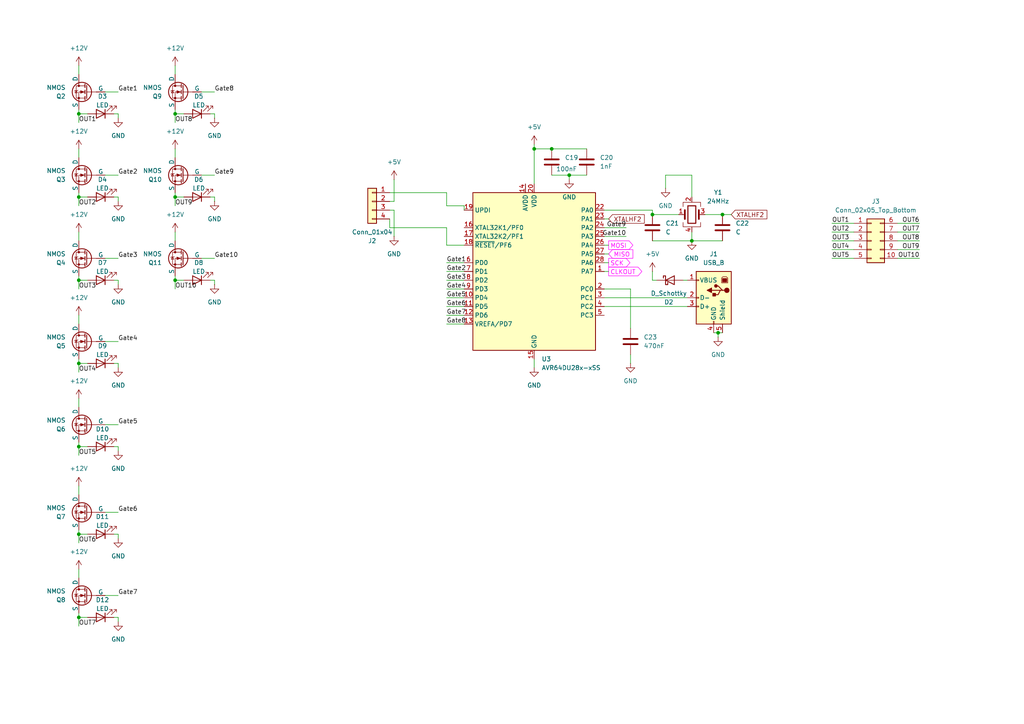
<source format=kicad_sch>
(kicad_sch (version 20250114) (generator "eeschema") (generator_version "9.0")
  (paper "A4")
  (lib_symbols
    (symbol "Connector:USB_B" (pin_names (offset 1.016))
      (property "Reference" "J1" (at 0 12.7 0))
      (property "Value" "USB_B" (at 0 10.16 0))
      (symbol "USB_B_0_1"
        (rectangle (start -5.08 -7.62) (end 5.08 7.62) (stroke (width 0.254)) (fill (type background)))
        (polyline (pts (xy -4.064 4.318) (xy -2.286 4.318) (xy -2.286 5.715) (xy -2.667 6.096) (xy -3.683 6.096) (xy -4.064 5.715) (xy -4.064 4.318)))
        (rectangle (start -3.81 5.588) (end -2.54 4.572) (fill (type outline)))
        (circle (center -3.81 2.159) (radius 0.635) (stroke (width 0.254)) (fill (type outline)))
        (polyline (pts (xy -3.175 2.159) (xy -2.54 2.159) (xy -1.27 3.429) (xy -0.635 3.429)) (stroke (width 0.254)))
        (polyline (pts (xy -2.54 2.159) (xy -1.905 2.159) (xy -1.27 0.889) (xy 0 0.889)) (stroke (width 0.254)))
        (polyline (pts (xy -1.905 2.159) (xy 0.635 2.159)) (stroke (width 0.254)))
        (circle (center -0.635 3.429) (radius 0.381) (stroke (width 0.254)) (fill (type outline)))
        (rectangle (start -0.127 -7.62) (end 0.127 -6.858))
        (rectangle (start 0.254 1.27) (end -0.508 0.508) (stroke (width 0.254)) (fill (type outline)))
        (polyline (pts (xy 0.635 2.794) (xy 0.635 1.524) (xy 1.905 2.159) (xy 0.635 2.794)) (stroke (width 0.254)) (fill (type outline)))
        (rectangle (start 5.08 4.953) (end 4.318 5.207))
        (rectangle (start 5.08 -0.127) (end 4.318 0.127))
        (rectangle (start 5.08 -2.667) (end 4.318 -2.413))
      )
      (symbol "USB_B_1_1"
        (pin passive line (at -2.54 -10.16 90) (length 2.54) (name "Shield") (number "5"))
        (pin power_out line (at 0 -10.16 90) (length 2.54) (name "GND") (number "4"))
        (pin power_out line (at 7.62 5.08 180) (length 2.54) (name "VBUS") (number "1"))
        (pin bidirectional line (at 7.62 0 180) (length 2.54) (name "D-") (number "2"))
        (pin bidirectional line (at 7.62 -2.54 180) (length 2.54) (name "D+") (number "3"))
      )
    )
    (symbol "Connector_Generic:Conn_01x04" (pin_names (offset 1.016) (hide yes))
      (property "Reference" "J" (at 0 5.08 0))
      (property "Value" "Conn_01x04" (at 0 -7.62 0))
      (symbol "Conn_01x04_1_1"
        (rectangle (start -1.27 3.81) (end 1.27 -6.35) (stroke (width 0.254)) (fill (type background)))
        (rectangle (start -1.27 2.667) (end 0 2.413) (stroke (width 0.1524)))
        (rectangle (start -1.27 0.127) (end 0 -0.127) (stroke (width 0.1524)))
        (rectangle (start -1.27 -2.413) (end 0 -2.667) (stroke (width 0.1524)))
        (rectangle (start -1.27 -4.953) (end 0 -5.207) (stroke (width 0.1524)))
        (pin passive line (at -5.08 2.54 0) (length 3.81) (name "Pin_1") (number "1"))
        (pin passive line (at -5.08 0 0) (length 3.81) (name "Pin_2") (number "2"))
        (pin passive line (at -5.08 -2.54 0) (length 3.81) (name "Pin_3") (number "3"))
        (pin passive line (at -5.08 -5.08 0) (length 3.81) (name "Pin_4") (number "4"))
      )
    )
    (symbol "Connector_Generic:Conn_02x05_Top_Bottom" (pin_names (offset 1.016) (hide yes))
      (property "Reference" "J" (at 1.27 7.62 0))
      (property "Value" "Conn_02x05_Top_Bottom" (at 1.27 -7.62 0))
      (symbol "Conn_02x05_Top_Bottom_1_1"
        (rectangle (start -1.27 6.35) (end 3.81 -6.35) (stroke (width 0.254)) (fill (type background)))
        (rectangle (start -1.27 5.207) (end 0 4.953) (stroke (width 0.1524)))
        (rectangle (start -1.27 2.667) (end 0 2.413) (stroke (width 0.1524)))
        (rectangle (start -1.27 0.127) (end 0 -0.127) (stroke (width 0.1524)))
        (rectangle (start -1.27 -2.413) (end 0 -2.667) (stroke (width 0.1524)))
        (rectangle (start -1.27 -4.953) (end 0 -5.207) (stroke (width 0.1524)))
        (rectangle (start 3.81 5.207) (end 2.54 4.953) (stroke (width 0.1524)))
        (rectangle (start 3.81 2.667) (end 2.54 2.413) (stroke (width 0.1524)))
        (rectangle (start 3.81 0.127) (end 2.54 -0.127) (stroke (width 0.1524)))
        (rectangle (start 3.81 -2.413) (end 2.54 -2.667) (stroke (width 0.1524)))
        (rectangle (start 3.81 -4.953) (end 2.54 -5.207) (stroke (width 0.1524)))
        (pin passive line (at -5.08 5.08 0) (length 3.81) (name "Pin_1") (number "1"))
        (pin passive line (at -5.08 2.54 0) (length 3.81) (name "Pin_2") (number "2"))
        (pin passive line (at -5.08 0 0) (length 3.81) (name "Pin_3") (number "3"))
        (pin passive line (at -5.08 -2.54 0) (length 3.81) (name "Pin_4") (number "4"))
        (pin passive line (at -5.08 -5.08 0) (length 3.81) (name "Pin_5") (number "5"))
        (pin passive line (at 7.62 5.08 180) (length 3.81) (name "Pin_6") (number "6"))
        (pin passive line (at 7.62 2.54 180) (length 3.81) (name "Pin_7") (number "7"))
        (pin passive line (at 7.62 0 180) (length 3.81) (name "Pin_8") (number "8"))
        (pin passive line (at 7.62 -2.54 180) (length 3.81) (name "Pin_9") (number "9"))
        (pin passive line (at 7.62 -5.08 180) (length 3.81) (name "Pin_10") (number "10"))
      )
    )
    (symbol "CustomFootprints:AVR64DA28x-xSS"
      (property "Reference" "U3" (at 2.1433 -25.4 0))
      (property "Value" "AVR64DU28x-xSS" (at 2.1433 -27.94 0))
      (symbol "AVR64DA28x-xSS_0_1"
        (rectangle (start -17.78 22.86) (end 17.78 -22.86) (stroke (width 0.254)) (fill (type background)))
      )
      (symbol "AVR64DA28x-xSS_1_1"
        (pin input line (at -20.32 17.78 0) (length 2.54) (name "UPDI") (number "19"))
        (pin bidirectional line (at -20.32 12.7 0) (length 2.54) (name "XTAL32K1/PF0") (number "16"))
        (pin bidirectional line (at -20.32 10.16 0) (length 2.54) (name "XTAL32K2/PF1") (number "17"))
        (pin bidirectional line (at -20.32 7.62 0) (length 2.54) (name "~{RESET}/PF6") (number "18"))
        (pin bidirectional line (at -20.32 2.54 0) (length 2.54) (name "PD0") (number "6"))
        (pin bidirectional line (at -20.32 0 0) (length 2.54) (name "PD1") (number "7"))
        (pin bidirectional line (at -20.32 -2.54 0) (length 2.54) (name "PD2") (number "8"))
        (pin bidirectional line (at -20.32 -5.08 0) (length 2.54) (name "PD3") (number "9"))
        (pin bidirectional line (at -20.32 -7.62 0) (length 2.54) (name "PD4") (number "10"))
        (pin bidirectional line (at -20.32 -10.16 0) (length 2.54) (name "PD5") (number "11"))
        (pin bidirectional line (at -20.32 -12.7 0) (length 2.54) (name "PD6") (number "12"))
        (pin bidirectional line (at -20.32 -15.24 0) (length 2.54) (name "VREFA/PD7") (number "13"))
        (pin power_in line (at -2.54 25.4 270) (length 2.54) (name "AVDD") (number "14"))
        (pin power_in line (at 0 25.4 270) (length 2.54) (name "VDD") (number "20"))
        (pin power_in line (at 0 -25.4 90) (length 2.54) (name "GND") (number "15"))
        (pin passive line (at 0 -25.4 90) (length 2.54) (hide yes) (name "GND") (number "21"))
        (pin bidirectional line (at 20.32 17.78 180) (length 2.54) (name "PA0") (number "22"))
        (pin bidirectional line (at 20.32 15.24 180) (length 2.54) (name "PA1") (number "23"))
        (pin bidirectional line (at 20.32 12.7 180) (length 2.54) (name "PA2") (number "24"))
        (pin bidirectional line (at 20.32 10.16 180) (length 2.54) (name "PA3") (number "25"))
        (pin bidirectional line (at 20.32 7.62 180) (length 2.54) (name "PA4") (number "26"))
        (pin bidirectional line (at 20.32 5.08 180) (length 2.54) (name "PA5") (number "27"))
        (pin bidirectional line (at 20.32 2.54 180) (length 2.54) (name "PA6") (number "28"))
        (pin bidirectional line (at 20.32 0 180) (length 2.54) (name "PA7") (number "1"))
        (pin bidirectional line (at 20.32 -5.08 180) (length 2.54) (name "PC0") (number "2"))
        (pin bidirectional line (at 20.32 -7.62 180) (length 2.54) (name "PC1") (number "3"))
        (pin bidirectional line (at 20.32 -10.16 180) (length 2.54) (name "PC2") (number "4"))
        (pin bidirectional line (at 20.32 -12.7 180) (length 2.54) (name "PC3") (number "5"))
      )
    )
    (symbol "Device:C" (pin_numbers (hide yes)) (pin_names (offset 0.254))
      (property "Reference" "C" (at 0.635 2.54 0))
      (property "Value" "C" (at 0.635 -2.54 0))
      (symbol "C_0_1"
        (polyline (pts (xy -2.032 0.762) (xy 2.032 0.762)) (stroke (width 0.508)))
        (polyline (pts (xy -2.032 -0.762) (xy 2.032 -0.762)) (stroke (width 0.508)))
      )
      (symbol "C_1_1"
        (pin passive line (at 0 3.81 270) (length 2.794) (name "~") (number "1"))
        (pin passive line (at 0 -3.81 90) (length 2.794) (name "~") (number "2"))
      )
    )
    (symbol "Device:Crystal_GND24" (pin_names (offset 1.016) (hide yes))
      (property "Reference" "Y" (at 3.175 5.08 0))
      (property "Value" "Crystal_GND24" (at 3.175 3.175 0))
      (symbol "Crystal_GND24_0_1"
        (polyline (pts (xy -2.54 2.286) (xy -2.54 3.556) (xy 2.54 3.556) (xy 2.54 2.286)))
        (polyline (pts (xy -2.54 0) (xy -2.032 0)))
        (polyline (pts (xy -2.54 -2.286) (xy -2.54 -3.556) (xy 2.54 -3.556) (xy 2.54 -2.286)))
        (polyline (pts (xy -2.032 -1.27) (xy -2.032 1.27)) (stroke (width 0.508)))
        (rectangle (start -1.143 2.54) (end 1.143 -2.54) (stroke (width 0.3048)))
        (polyline (pts (xy 0 3.556) (xy 0 3.81)))
        (polyline (pts (xy 0 -3.81) (xy 0 -3.556)))
        (polyline (pts (xy 2.032 0) (xy 2.54 0)))
        (polyline (pts (xy 2.032 -1.27) (xy 2.032 1.27)) (stroke (width 0.508)))
      )
      (symbol "Crystal_GND24_1_1"
        (pin passive line (at -3.81 0 0) (length 1.27) (name "1") (number "1"))
        (pin passive line (at 0 5.08 270) (length 1.27) (name "2") (number "2"))
        (pin passive line (at 0 -5.08 90) (length 1.27) (name "4") (number "4"))
        (pin passive line (at 3.81 0 180) (length 1.27) (name "3") (number "3"))
      )
    )
    (symbol "Device:D_Schottky" (pin_numbers (hide yes)) (pin_names (offset 1.016) (hide yes))
      (property "Reference" "D" (at 0 2.54 0))
      (property "Value" "D_Schottky" (at 0 -2.54 0))
      (symbol "D_Schottky_0_1"
        (polyline (pts (xy -1.905 0.635) (xy -1.905 1.27) (xy -1.27 1.27) (xy -1.27 -1.27) (xy -0.635 -1.27) (xy -0.635 -0.635)) (stroke (width 0.254)))
        (polyline (pts (xy 1.27 1.27) (xy 1.27 -1.27) (xy -1.27 0) (xy 1.27 1.27)) (stroke (width 0.254)))
        (polyline (pts (xy 1.27 0) (xy -1.27 0)))
      )
      (symbol "D_Schottky_1_1"
        (pin passive line (at -3.81 0 0) (length 2.54) (name "K") (number "1"))
        (pin passive line (at 3.81 0 180) (length 2.54) (name "A") (number "2"))
      )
    )
    (symbol "Device:LED" (pin_numbers (hide yes)) (pin_names (offset 1.016) (hide yes))
      (property "Reference" "D" (at 0 2.54 0))
      (property "Value" "LED" (at 0 -2.54 0))
      (symbol "LED_0_1"
        (polyline (pts (xy -3.048 -0.762) (xy -4.572 -2.286) (xy -3.81 -2.286) (xy -4.572 -2.286) (xy -4.572 -1.524)))
        (polyline (pts (xy -1.778 -0.762) (xy -3.302 -2.286) (xy -2.54 -2.286) (xy -3.302 -2.286) (xy -3.302 -1.524)))
        (polyline (pts (xy -1.27 0) (xy 1.27 0)))
        (polyline (pts (xy -1.27 -1.27) (xy -1.27 1.27)) (stroke (width 0.254)))
        (polyline (pts (xy 1.27 -1.27) (xy 1.27 1.27) (xy -1.27 0) (xy 1.27 -1.27)) (stroke (width 0.254)))
      )
      (symbol "LED_1_1"
        (pin passive line (at -3.81 0 0) (length 2.54) (name "K") (number "1"))
        (pin passive line (at 3.81 0 180) (length 2.54) (name "A") (number "2"))
      )
    )
    (symbol "Simulation_SPICE:NMOS" (pin_numbers (hide yes)) (pin_names (offset 0))
      (property "Reference" "Q" (at 5.08 1.27 0))
      (property "Value" "NMOS" (at 5.08 -1.27 0))
      (symbol "NMOS_0_1"
        (polyline (pts (xy 0.254 1.905) (xy 0.254 -1.905)) (stroke (width 0.254)))
        (polyline (pts (xy 0.254 0) (xy -2.54 0)))
        (polyline (pts (xy 0.762 2.286) (xy 0.762 1.27)) (stroke (width 0.254)))
        (polyline (pts (xy 0.762 0.508) (xy 0.762 -0.508)) (stroke (width 0.254)))
        (polyline (pts (xy 0.762 -1.27) (xy 0.762 -2.286)) (stroke (width 0.254)))
        (polyline (pts (xy 0.762 -1.778) (xy 3.302 -1.778) (xy 3.302 1.778) (xy 0.762 1.778)))
        (polyline (pts (xy 1.016 0) (xy 2.032 0.381) (xy 2.032 -0.381) (xy 1.016 0)) (fill (type outline)))
        (circle (center 1.651 0) (radius 2.794) (stroke (width 0.254)))
        (polyline (pts (xy 2.54 2.54) (xy 2.54 1.778)))
        (circle (center 2.54 1.778) (radius 0.254) (fill (type outline)))
        (circle (center 2.54 -1.778) (radius 0.254) (fill (type outline)))
        (polyline (pts (xy 2.54 -2.54) (xy 2.54 0) (xy 0.762 0)))
        (polyline (pts (xy 2.794 0.508) (xy 2.921 0.381) (xy 3.683 0.381) (xy 3.81 0.254)))
        (polyline (pts (xy 3.302 0.381) (xy 2.921 -0.254) (xy 3.683 -0.254) (xy 3.302 0.381)))
      )
      (symbol "NMOS_1_1"
        (pin input line (at -5.08 0 0) (length 2.54) (name "G") (number "2"))
        (pin passive line (at 2.54 5.08 270) (length 2.54) (name "D") (number "1"))
        (pin passive line (at 2.54 -5.08 90) (length 2.54) (name "S") (number "3"))
      )
    )
    (symbol "power:+12V" (power) (pin_numbers (hide yes)) (pin_names (offset 0) (hide yes))
      (property "Value" "+12V" (at 0 3.556 0))
      (symbol "+12V_0_1"
        (polyline (pts (xy -0.762 1.27) (xy 0 2.54)))
        (polyline (pts (xy 0 2.54) (xy 0.762 1.27)))
        (polyline (pts (xy 0 0) (xy 0 2.54)))
      )
      (symbol "+12V_1_1"
        (pin power_in line (at 0 0 90) (length 0) (name "~") (number "1"))
      )
    )
    (symbol "power:+5V" (power) (pin_numbers (hide yes)) (pin_names (offset 0) (hide yes))
      (property "Value" "+5V" (at 0 3.556 0))
      (symbol "+5V_0_1"
        (polyline (pts (xy -0.762 1.27) (xy 0 2.54)))
        (polyline (pts (xy 0 2.54) (xy 0.762 1.27)))
        (polyline (pts (xy 0 0) (xy 0 2.54)))
      )
      (symbol "+5V_1_1"
        (pin power_in line (at 0 0 90) (length 0) (name "~") (number "1"))
      )
    )
    (symbol "power:GND" (power) (pin_numbers (hide yes)) (pin_names (offset 0) (hide yes))
      (property "Value" "GND" (at 0 -3.81 0))
      (symbol "GND_0_1"
        (polyline (pts (xy 0 0) (xy 0 -1.27) (xy 1.27 -1.27) (xy 0 -2.54) (xy -1.27 -1.27) (xy 0 -1.27)))
      )
      (symbol "GND_1_1"
        (pin power_in line (at 0 0 270) (length 0) (name "~") (number "1"))
      )
    )
  )
  (junction (at 165.1 50.8))
  (junction (at 209.55 62.23))
  (junction (at 160.02 43.18))
  (junction (at 22.86 179.07))
  (junction (at 200.66 69.85))
  (junction (at 50.8 57.15))
  (junction (at 50.8 33.02))
  (junction (at 22.86 129.54))
  (junction (at 208.28 96.52))
  (junction (at 50.8 81.28))
  (junction (at 189.23 62.23))
  (junction (at 22.86 154.94))
  (junction (at 22.86 33.02))
  (junction (at 22.86 57.15))
  (junction (at 154.94 43.18))
  (junction (at 22.86 81.28))
  (junction (at 22.86 105.41))
  (wire (pts (xy 160.02 43.18) (xy 170.18 43.18)))
  (wire (pts (xy 114.3 68.58) (xy 114.3 60.96)))
  (wire (pts (xy 34.29 179.07) (xy 33.02 179.07)))
  (wire (pts (xy 129.54 71.12) (xy 134.62 71.12)))
  (wire (pts (xy 113.03 66.04) (xy 113.03 63.5)))
  (wire (pts (xy 22.86 105.41) (xy 25.4 105.41)))
  (wire (pts (xy 129.54 66.04) (xy 129.54 71.12)))
  (wire (pts (xy 208.28 96.52) (xy 209.55 96.52)))
  (wire (pts (xy 199.39 81.28) (xy 198.12 81.28)))
  (wire (pts (xy 50.8 19.05) (xy 50.8 21.59)))
  (wire (pts (xy 22.86 19.05) (xy 22.86 21.59)))
  (wire (pts (xy 30.48 74.93) (xy 34.29 74.93)))
  (wire (pts (xy 266.7 72.39) (xy 260.35 72.39)))
  (wire (pts (xy 34.29 180.34) (xy 34.29 179.07)))
  (wire (pts (xy 58.42 26.67) (xy 62.23 26.67)))
  (wire (pts (xy 50.8 67.31) (xy 50.8 69.85)))
  (wire (pts (xy 34.29 57.15) (xy 33.02 57.15)))
  (wire (pts (xy 207.01 96.52) (xy 208.28 96.52)))
  (wire (pts (xy 62.23 33.02) (xy 60.96 33.02)))
  (wire (pts (xy 30.48 123.19) (xy 34.29 123.19)))
  (wire (pts (xy 189.23 60.96) (xy 189.23 62.23)))
  (wire (pts (xy 154.94 43.18) (xy 154.94 53.34)))
  (wire (pts (xy 114.3 52.07) (xy 114.3 58.42)))
  (wire (pts (xy 22.86 104.14) (xy 22.86 105.41)))
  (wire (pts (xy 193.04 50.8) (xy 193.04 54.61)))
  (wire (pts (xy 50.8 57.15) (xy 50.8 59.69)))
  (wire (pts (xy 209.55 62.23) (xy 212.09 62.23)))
  (wire (pts (xy 50.8 43.18) (xy 50.8 45.72)))
  (wire (pts (xy 134.62 59.69) (xy 134.62 60.96)))
  (wire (pts (xy 266.7 69.85) (xy 260.35 69.85)))
  (wire (pts (xy 200.66 57.15) (xy 200.66 50.8)))
  (wire (pts (xy 62.23 57.15) (xy 60.96 57.15)))
  (wire (pts (xy 181.61 66.04) (xy 175.26 66.04)))
  (wire (pts (xy 114.3 58.42) (xy 113.03 58.42)))
  (wire (pts (xy 200.66 69.85) (xy 209.55 69.85)))
  (wire (pts (xy 129.54 76.2) (xy 134.62 76.2)))
  (wire (pts (xy 175.26 63.5) (xy 176.53 63.5)))
  (wire (pts (xy 34.29 81.28) (xy 33.02 81.28)))
  (wire (pts (xy 189.23 78.74) (xy 189.23 81.28)))
  (wire (pts (xy 62.23 82.55) (xy 62.23 81.28)))
  (wire (pts (xy 58.42 74.93) (xy 62.23 74.93)))
  (wire (pts (xy 129.54 66.04) (xy 113.03 66.04)))
  (wire (pts (xy 266.7 67.31) (xy 260.35 67.31)))
  (wire (pts (xy 175.26 76.2) (xy 176.53 76.2)))
  (wire (pts (xy 34.29 129.54) (xy 33.02 129.54)))
  (wire (pts (xy 165.1 50.8) (xy 165.1 52.07)))
  (wire (pts (xy 154.94 104.14) (xy 154.94 106.68)))
  (wire (pts (xy 165.1 50.8) (xy 170.18 50.8)))
  (wire (pts (xy 22.86 81.28) (xy 22.86 83.82)))
  (wire (pts (xy 175.26 73.66) (xy 176.53 73.66)))
  (wire (pts (xy 34.29 156.21) (xy 34.29 154.94)))
  (wire (pts (xy 204.47 62.23) (xy 209.55 62.23)))
  (wire (pts (xy 182.88 83.82) (xy 182.88 95.25)))
  (wire (pts (xy 62.23 58.42) (xy 62.23 57.15)))
  (wire (pts (xy 22.86 43.18) (xy 22.86 45.72)))
  (wire (pts (xy 50.8 33.02) (xy 53.34 33.02)))
  (wire (pts (xy 182.88 102.87) (xy 182.88 105.41)))
  (wire (pts (xy 113.03 55.88) (xy 129.54 55.88)))
  (wire (pts (xy 34.29 33.02) (xy 33.02 33.02)))
  (wire (pts (xy 30.48 148.59) (xy 34.29 148.59)))
  (wire (pts (xy 22.86 81.28) (xy 25.4 81.28)))
  (wire (pts (xy 50.8 81.28) (xy 53.34 81.28)))
  (wire (pts (xy 129.54 91.44) (xy 134.62 91.44)))
  (wire (pts (xy 129.54 88.9) (xy 134.62 88.9)))
  (wire (pts (xy 22.86 128.27) (xy 22.86 129.54)))
  (wire (pts (xy 22.86 154.94) (xy 22.86 157.48)))
  (wire (pts (xy 50.8 80.01) (xy 50.8 81.28)))
  (wire (pts (xy 154.94 43.18) (xy 160.02 43.18)))
  (wire (pts (xy 22.86 33.02) (xy 22.86 35.56)))
  (wire (pts (xy 129.54 93.98) (xy 134.62 93.98)))
  (wire (pts (xy 22.86 115.57) (xy 22.86 118.11)))
  (wire (pts (xy 175.26 78.74) (xy 176.53 78.74)))
  (wire (pts (xy 175.26 83.82) (xy 182.88 83.82)))
  (wire (pts (xy 22.86 129.54) (xy 22.86 132.08)))
  (wire (pts (xy 266.7 64.77) (xy 260.35 64.77)))
  (wire (pts (xy 241.3 64.77) (xy 247.65 64.77)))
  (wire (pts (xy 34.29 105.41) (xy 33.02 105.41)))
  (wire (pts (xy 50.8 55.88) (xy 50.8 57.15)))
  (wire (pts (xy 22.86 31.75) (xy 22.86 33.02)))
  (wire (pts (xy 58.42 50.8) (xy 62.23 50.8)))
  (wire (pts (xy 30.48 172.72) (xy 34.29 172.72)))
  (wire (pts (xy 34.29 154.94) (xy 33.02 154.94)))
  (wire (pts (xy 189.23 69.85) (xy 200.66 69.85)))
  (wire (pts (xy 241.3 74.93) (xy 247.65 74.93)))
  (wire (pts (xy 129.54 59.69) (xy 134.62 59.69)))
  (wire (pts (xy 189.23 81.28) (xy 190.5 81.28)))
  (wire (pts (xy 22.86 179.07) (xy 25.4 179.07)))
  (wire (pts (xy 22.86 165.1) (xy 22.86 167.64)))
  (wire (pts (xy 50.8 31.75) (xy 50.8 33.02)))
  (wire (pts (xy 22.86 153.67) (xy 22.86 154.94)))
  (wire (pts (xy 154.94 41.91) (xy 154.94 43.18)))
  (wire (pts (xy 30.48 26.67) (xy 34.29 26.67)))
  (wire (pts (xy 129.54 55.88) (xy 129.54 59.69)))
  (wire (pts (xy 200.66 67.31) (xy 200.66 69.85)))
  (wire (pts (xy 208.28 96.52) (xy 208.28 97.79)))
  (wire (pts (xy 175.26 60.96) (xy 189.23 60.96)))
  (wire (pts (xy 22.86 129.54) (xy 25.4 129.54)))
  (wire (pts (xy 22.86 57.15) (xy 25.4 57.15)))
  (wire (pts (xy 22.86 154.94) (xy 25.4 154.94)))
  (wire (pts (xy 113.03 60.96) (xy 114.3 60.96)))
  (wire (pts (xy 34.29 34.29) (xy 34.29 33.02)))
  (wire (pts (xy 200.66 50.8) (xy 193.04 50.8)))
  (wire (pts (xy 22.86 80.01) (xy 22.86 81.28)))
  (wire (pts (xy 34.29 130.81) (xy 34.29 129.54)))
  (wire (pts (xy 22.86 105.41) (xy 22.86 107.95)))
  (wire (pts (xy 50.8 81.28) (xy 50.8 83.82)))
  (wire (pts (xy 241.3 72.39) (xy 247.65 72.39)))
  (wire (pts (xy 50.8 33.02) (xy 50.8 35.56)))
  (wire (pts (xy 175.26 71.12) (xy 176.53 71.12)))
  (wire (pts (xy 22.86 177.8) (xy 22.86 179.07)))
  (wire (pts (xy 22.86 179.07) (xy 22.86 181.61)))
  (wire (pts (xy 160.02 50.8) (xy 165.1 50.8)))
  (wire (pts (xy 175.26 88.9) (xy 199.39 88.9)))
  (wire (pts (xy 62.23 81.28) (xy 60.96 81.28)))
  (wire (pts (xy 34.29 106.68) (xy 34.29 105.41)))
  (wire (pts (xy 266.7 74.93) (xy 260.35 74.93)))
  (wire (pts (xy 50.8 57.15) (xy 53.34 57.15)))
  (wire (pts (xy 62.23 34.29) (xy 62.23 33.02)))
  (wire (pts (xy 129.54 86.36) (xy 134.62 86.36)))
  (wire (pts (xy 22.86 57.15) (xy 22.86 59.69)))
  (wire (pts (xy 241.3 69.85) (xy 247.65 69.85)))
  (wire (pts (xy 34.29 82.55) (xy 34.29 81.28)))
  (wire (pts (xy 129.54 78.74) (xy 134.62 78.74)))
  (wire (pts (xy 22.86 140.97) (xy 22.86 143.51)))
  (wire (pts (xy 22.86 91.44) (xy 22.86 93.98)))
  (wire (pts (xy 189.23 62.23) (xy 196.85 62.23)))
  (wire (pts (xy 129.54 83.82) (xy 134.62 83.82)))
  (wire (pts (xy 34.29 58.42) (xy 34.29 57.15)))
  (wire (pts (xy 181.61 68.58) (xy 175.26 68.58)))
  (wire (pts (xy 30.48 99.06) (xy 34.29 99.06)))
  (wire (pts (xy 175.26 86.36) (xy 199.39 86.36)))
  (wire (pts (xy 30.48 50.8) (xy 34.29 50.8)))
  (wire (pts (xy 241.3 67.31) (xy 247.65 67.31)))
  (wire (pts (xy 22.86 55.88) (xy 22.86 57.15)))
  (wire (pts (xy 129.54 81.28) (xy 134.62 81.28)))
  (wire (pts (xy 22.86 33.02) (xy 25.4 33.02)))
  (wire (pts (xy 22.86 67.31) (xy 22.86 69.85)))
  (label "Gate7" (at 129.54 91.44 0))
  (label "OUT2" (at 241.3 67.31 0))
  (label "Gate9" (at 62.23 50.8 0))
  (label "Gate8" (at 62.23 26.67 0))
  (label "Gate5" (at 34.29 123.19 0))
  (label "OUT6" (at 22.86 157.48 0))
  (label "Gate10" (at 62.23 74.93 0))
  (label "OUT4" (at 22.86 107.95 0))
  (label "OUT9" (at 266.7 72.39 180))
  (label "Gate10" (at 181.61 68.58 180))
  (label "Gate2" (at 34.29 50.8 0))
  (label "Gate1" (at 34.29 26.67 0))
  (label "OUT1" (at 22.86 35.56 0))
  (label "Gate3" (at 129.54 81.28 0))
  (label "Gate4" (at 34.29 99.06 0))
  (label "Gate1" (at 129.54 76.2 0))
  (label "Gate8" (at 129.54 93.98 0))
  (label "OUT3" (at 241.3 69.85 0))
  (label "Gate5" (at 129.54 86.36 0))
  (label "OUT10" (at 50.8 83.82 0))
  (label "OUT5" (at 22.86 132.08 0))
  (label "Gate9" (at 181.61 66.04 180))
  (label "OUT4" (at 241.3 72.39 0))
  (label "OUT6" (at 266.7 64.77 180))
  (label "Gate6" (at 129.54 88.9 0))
  (label "OUT5" (at 241.3 74.93 0))
  (label "Gate3" (at 34.29 74.93 0))
  (label "OUT8" (at 266.7 69.85 180))
  (label "Gate2" (at 129.54 78.74 0))
  (label "Gate6" (at 34.29 148.59 0))
  (label "OUT7" (at 266.7 67.31 180))
  (label "OUT10" (at 266.7 74.93 180))
  (label "OUT2" (at 22.86 59.69 0))
  (label "OUT7" (at 22.86 181.61 0))
  (label "OUT8" (at 50.8 35.56 0))
  (label "OUT3" (at 22.86 83.82 0))
  (label "OUT1" (at 241.3 64.77 0))
  (label "OUT9" (at 50.8 59.69 0))
  (label "Gate4" (at 129.54 83.82 0))
  (label "Gate7" (at 34.29 172.72 0))
  (global_label "MISO" (shape input) (at 176.53 73.66 0) (property "Intersheetrefs" "${INTERSHEET_REFS}" (effects (hide yes))))
  (global_label "SCK" (shape output) (at 176.53 76.2 0) (property "Intersheetrefs" "${INTERSHEET_REFS}" (effects (hide yes))))
  (global_label "MOSI" (shape output) (at 176.53 71.12 0) (property "Intersheetrefs" "${INTERSHEET_REFS}" (effects (hide yes))))
  (global_label "CLKOUT" (shape output) (at 176.53 78.74 0) (property "Intersheetrefs" "${INTERSHEET_REFS}" (effects (hide yes))))
  (global_label "XTALHF2" (shape input) (at 176.53 63.5 0) (property "Intersheetrefs" "${INTERSHEET_REFS}" (effects (hide yes))))
  (global_label "XTALHF2" (shape input) (at 212.09 62.23 0) (property "Intersheetrefs" "${INTERSHEET_REFS}" (effects (hide yes))))
  (symbol (lib_id "Simulation_SPICE:NMOS") (at 53.34 74.93 0) (mirror y) (unit 1)
    (property "Reference" "Q11" (at 46.99 76.2001 0) (effects (justify left)))
    (property "Value" "NMOS" (at 46.99 73.6601 0) (effects (justify left)))
    (property "Datasheet" "https://ngspice.sourceforge.io/docs/ngspice-html-manual/manual.xhtml#cha_MOSFETs" (effects (hide yes)))
    (property "Description" "N-MOSFET transistor, drain/source/gate" (effects (hide yes)))
    (property "Sim.Device" "NMOS" (effects (hide yes)))
    (property "Sim.Type" "VDMOS" (effects (hide yes)))
    (property "Sim.Pins" "1=D 2=G 3=S" (effects (hide yes)))
  )
  (symbol (lib_id "Simulation_SPICE:NMOS") (at 25.4 172.72 0) (mirror y) (unit 1)
    (property "Reference" "Q8" (at 19.05 173.9901 0) (effects (justify left)))
    (property "Value" "NMOS" (at 19.05 171.4501 0) (effects (justify left)))
    (property "Datasheet" "https://ngspice.sourceforge.io/docs/ngspice-html-manual/manual.xhtml#cha_MOSFETs" (effects (hide yes)))
    (property "Description" "N-MOSFET transistor, drain/source/gate" (effects (hide yes)))
    (property "Sim.Device" "NMOS" (effects (hide yes)))
    (property "Sim.Type" "VDMOS" (effects (hide yes)))
    (property "Sim.Pins" "1=D 2=G 3=S" (effects (hide yes)))
  )
  (symbol (lib_id "Device:LED") (at 29.21 129.54 180) (unit 1)
    (property "Reference" "D10" (at 29.718 124.46 0))
    (property "Value" "LED" (at 29.718 127 0))
    (property "Footprint" "LED_SMD:LED_0805_2012Metric_Pad1.15x1.40mm_HandSolder" (effects (hide yes)))
    (property "Description" "Light emitting diode" (effects (hide yes)))
    (property "Sim.Pins" "1=K 2=A" (effects (hide yes)))
  )
  (symbol (lib_id "Connector_Generic:Conn_02x05_Top_Bottom") (at 252.73 69.85 0) (unit 1)
    (property "Reference" "J3" (at 254 58.42 0))
    (property "Value" "Conn_02x05_Top_Bottom" (at 254 60.96 0))
    (property "Footprint" "Connector_Molex:Molex_Nano-Fit_105314-xx10_2x05_P2.50mm_Horizontal" (effects (hide yes)))
    (property "Description" "Generic connector, double row, 02x05, top/bottom pin numbering scheme (row 1: 1...pins_per_row, row2: pins_per_row+1 ... num_pins), script generated (kicad-library-utils/schlib/autogen/connector/)" (effects (hide yes)))
  )
  (symbol (lib_id "Device:LED") (at 57.15 57.15 180) (unit 1)
    (property "Reference" "D6" (at 57.658 52.07 0))
    (property "Value" "LED" (at 57.658 54.61 0))
    (property "Footprint" "LED_SMD:LED_0805_2012Metric_Pad1.15x1.40mm_HandSolder" (effects (hide yes)))
    (property "Description" "Light emitting diode" (effects (hide yes)))
    (property "Sim.Pins" "1=K 2=A" (effects (hide yes)))
  )
  (symbol (lib_id "Device:C") (at 189.23 66.04 0) (unit 1)
    (property "Reference" "C21" (at 193.04 64.7699 0) (effects (justify left)))
    (property "Value" "C" (at 193.04 67.3099 0) (effects (justify left)))
    (property "Footprint" "Capacitor_SMD:C_0805_2012Metric_Pad1.18x1.45mm_HandSolder" (effects (hide yes)))
    (property "Description" "Unpolarized capacitor" (effects (hide yes)))
  )
  (symbol (lib_id "Device:LED") (at 57.15 33.02 180) (unit 1)
    (property "Reference" "D5" (at 57.658 27.94 0))
    (property "Value" "LED" (at 57.658 30.48 0))
    (property "Footprint" "LED_SMD:LED_0805_2012Metric_Pad1.15x1.40mm_HandSolder" (effects (hide yes)))
    (property "Description" "Light emitting diode" (effects (hide yes)))
    (property "Sim.Pins" "1=K 2=A" (effects (hide yes)))
  )
  (symbol (lib_id "Device:C") (at 209.55 66.04 0) (unit 1)
    (property "Reference" "C22" (at 213.36 64.7699 0) (effects (justify left)))
    (property "Value" "C" (at 213.36 67.3099 0) (effects (justify left)))
    (property "Footprint" "Capacitor_SMD:C_0805_2012Metric_Pad1.18x1.45mm_HandSolder" (effects (hide yes)))
    (property "Description" "Unpolarized capacitor" (effects (hide yes)))
  )
  (symbol (lib_id "power:GND") (at 34.29 34.29 0) (unit 1)
    (property "Reference" "#PWR037" (effects (hide yes)))
    (property "Value" "GND" (at 34.29 39.37 0))
    (property "Description" "Power symbol creates a global label with name \"GND\" , ground" (effects (hide yes)))
  )
  (symbol (lib_id "power:GND") (at 62.23 34.29 0) (unit 1)
    (property "Reference" "#PWR039" (effects (hide yes)))
    (property "Value" "GND" (at 62.23 39.37 0))
    (property "Description" "Power symbol creates a global label with name \"GND\" , ground" (effects (hide yes)))
  )
  (symbol (lib_id "power:GND") (at 34.29 156.21 0) (unit 1)
    (property "Reference" "#PWR045" (effects (hide yes)))
    (property "Value" "GND" (at 34.29 161.29 0))
    (property "Description" "Power symbol creates a global label with name \"GND\" , ground" (effects (hide yes)))
  )
  (symbol (lib_id "power:+12V") (at 22.86 91.44 0) (unit 1)
    (property "Reference" "#PWR030" (effects (hide yes)))
    (property "Value" "+12V" (at 22.86 86.36 0))
    (property "Description" "Power symbol creates a global label with name \"+12V\"" (effects (hide yes)))
  )
  (symbol (lib_id "power:GND") (at 114.3 68.58 0) (unit 1)
    (property "Reference" "#PWR025" (effects (hide yes)))
    (property "Value" "GND" (at 114.3 73.66 0))
    (property "Description" "Power symbol creates a global label with name \"GND\" , ground" (effects (hide yes)))
  )
  (symbol (lib_id "Device:Crystal_GND24") (at 200.66 62.23 0) (unit 1)
    (property "Reference" "Y1" (at 208.28 55.8098 0))
    (property "Value" "24MHz" (at 208.28 58.3498 0))
    (property "Footprint" "Crystal:Crystal_SMD_EuroQuartz_MT-4Pin_3.2x2.5mm_HandSoldering" (effects (hide yes)))
    (property "Description" "Four pin crystal, GND on pins 2 and 4" (effects (hide yes)))
  )
  (symbol (lib_id "Device:C") (at 182.88 99.06 0) (unit 1)
    (property "Reference" "C23" (at 186.69 97.7899 0) (effects (justify left)))
    (property "Value" "470nF" (at 186.69 100.3299 0) (effects (justify left)))
    (property "Footprint" "Capacitor_SMD:C_0805_2012Metric_Pad1.18x1.45mm_HandSolder" (effects (hide yes)))
    (property "Description" "Unpolarized capacitor" (effects (hide yes)))
  )
  (symbol (lib_id "Simulation_SPICE:NMOS") (at 25.4 99.06 0) (mirror y) (unit 1)
    (property "Reference" "Q5" (at 19.05 100.3301 0) (effects (justify left)))
    (property "Value" "NMOS" (at 19.05 97.7901 0) (effects (justify left)))
    (property "Datasheet" "https://ngspice.sourceforge.io/docs/ngspice-html-manual/manual.xhtml#cha_MOSFETs" (effects (hide yes)))
    (property "Description" "N-MOSFET transistor, drain/source/gate" (effects (hide yes)))
    (property "Sim.Device" "NMOS" (effects (hide yes)))
    (property "Sim.Type" "VDMOS" (effects (hide yes)))
    (property "Sim.Pins" "1=D 2=G 3=S" (effects (hide yes)))
  )
  (symbol (lib_id "power:+5V") (at 114.3 52.07 0) (unit 1)
    (property "Reference" "#PWR026" (effects (hide yes)))
    (property "Value" "+5V" (at 114.3 46.99 0))
    (property "Description" "Power symbol creates a global label with name \"+5V\"" (effects (hide yes)))
  )
  (symbol (lib_id "Simulation_SPICE:NMOS") (at 53.34 50.8 0) (mirror y) (unit 1)
    (property "Reference" "Q10" (at 46.99 52.0701 0) (effects (justify left)))
    (property "Value" "NMOS" (at 46.99 49.5301 0) (effects (justify left)))
    (property "Datasheet" "https://ngspice.sourceforge.io/docs/ngspice-html-manual/manual.xhtml#cha_MOSFETs" (effects (hide yes)))
    (property "Description" "N-MOSFET transistor, drain/source/gate" (effects (hide yes)))
    (property "Sim.Device" "NMOS" (effects (hide yes)))
    (property "Sim.Type" "VDMOS" (effects (hide yes)))
    (property "Sim.Pins" "1=D 2=G 3=S" (effects (hide yes)))
  )
  (symbol (lib_id "power:+12V") (at 22.86 43.18 0) (unit 1)
    (property "Reference" "#PWR028" (effects (hide yes)))
    (property "Value" "+12V" (at 22.86 38.1 0))
    (property "Description" "Power symbol creates a global label with name \"+12V\"" (effects (hide yes)))
  )
  (symbol (lib_id "Device:LED") (at 29.21 179.07 180) (unit 1)
    (property "Reference" "D12" (at 29.718 173.99 0))
    (property "Value" "LED" (at 29.718 176.53 0))
    (property "Footprint" "LED_SMD:LED_0805_2012Metric_Pad1.15x1.40mm_HandSolder" (effects (hide yes)))
    (property "Description" "Light emitting diode" (effects (hide yes)))
    (property "Sim.Pins" "1=K 2=A" (effects (hide yes)))
  )
  (symbol (lib_id "power:GND") (at 208.28 97.79 0) (unit 1)
    (property "Reference" "#PWR023" (effects (hide yes)))
    (property "Value" "GND" (at 208.28 102.87 0))
    (property "Description" "Power symbol creates a global label with name \"GND\" , ground" (effects (hide yes)))
  )
  (symbol (lib_id "power:+12V") (at 22.86 140.97 0) (unit 1)
    (property "Reference" "#PWR032" (effects (hide yes)))
    (property "Value" "+12V" (at 22.86 135.89 0))
    (property "Description" "Power symbol creates a global label with name \"+12V\"" (effects (hide yes)))
  )
  (symbol (lib_id "power:+12V") (at 50.8 19.05 0) (unit 1)
    (property "Reference" "#PWR034" (effects (hide yes)))
    (property "Value" "+12V" (at 50.8 13.97 0))
    (property "Description" "Power symbol creates a global label with name \"+12V\"" (effects (hide yes)))
  )
  (symbol (lib_id "power:GND") (at 193.04 54.61 0) (unit 1)
    (property "Reference" "#PWR021" (effects (hide yes)))
    (property "Value" "GND" (at 193.04 59.69 0))
    (property "Description" "Power symbol creates a global label with name \"GND\" , ground" (effects (hide yes)))
  )
  (symbol (lib_id "Simulation_SPICE:NMOS") (at 53.34 26.67 0) (mirror y) (unit 1)
    (property "Reference" "Q9" (at 46.99 27.9401 0) (effects (justify left)))
    (property "Value" "NMOS" (at 46.99 25.4001 0) (effects (justify left)))
    (property "Datasheet" "https://ngspice.sourceforge.io/docs/ngspice-html-manual/manual.xhtml#cha_MOSFETs" (effects (hide yes)))
    (property "Description" "N-MOSFET transistor, drain/source/gate" (effects (hide yes)))
    (property "Sim.Device" "NMOS" (effects (hide yes)))
    (property "Sim.Type" "VDMOS" (effects (hide yes)))
    (property "Sim.Pins" "1=D 2=G 3=S" (effects (hide yes)))
  )
  (symbol (lib_id "CustomFootprints:AVR64DA28x-xSS") (at 154.94 78.74 0) (unit 1)
    (property "Reference" "U3" (at 157.0833 104.14 0) (effects (justify left)))
    (property "Value" "AVR64DU28x-xSS" (at 157.0833 106.68 0) (effects (justify left)))
    (property "Footprint" "Package_SO:SSOP-28_5.3x10.2mm_P0.65mm" (effects (hide yes)))
    (property "Datasheet" "https://ww1.microchip.com/downloads/aemDocuments/documents/MCU08/ProductDocuments/DataSheets/AVR64DU-28-32-Prelim-DataSheet-DS40002548.pdf" (effects (hide yes)))
    (property "Description" "24MHz, 64kB Flash, 8kB SRAM, EEPROM with Touch Sensing, SSOP-28" (effects (hide yes)))
  )
  (symbol (lib_id "Device:C") (at 160.02 46.99 0) (unit 1)
    (property "Reference" "C19" (at 163.83 45.7199 0) (effects (justify left)))
    (property "Value" "100nF" (at 161.29 49.022 0) (effects (justify left)))
    (property "Footprint" "Capacitor_SMD:C_0805_2012Metric_Pad1.18x1.45mm_HandSolder" (effects (hide yes)))
    (property "Description" "Unpolarized capacitor" (effects (hide yes)))
  )
  (symbol (lib_id "Simulation_SPICE:NMOS") (at 25.4 50.8 0) (mirror y) (unit 1)
    (property "Reference" "Q3" (at 19.05 52.0701 0) (effects (justify left)))
    (property "Value" "NMOS" (at 19.05 49.5301 0) (effects (justify left)))
    (property "Datasheet" "https://ngspice.sourceforge.io/docs/ngspice-html-manual/manual.xhtml#cha_MOSFETs" (effects (hide yes)))
    (property "Description" "N-MOSFET transistor, drain/source/gate" (effects (hide yes)))
    (property "Sim.Device" "NMOS" (effects (hide yes)))
    (property "Sim.Type" "VDMOS" (effects (hide yes)))
    (property "Sim.Pins" "1=D 2=G 3=S" (effects (hide yes)))
  )
  (symbol (lib_id "power:+12V") (at 22.86 19.05 0) (unit 1)
    (property "Reference" "#PWR027" (effects (hide yes)))
    (property "Value" "+12V" (at 22.86 13.97 0))
    (property "Description" "Power symbol creates a global label with name \"+12V\"" (effects (hide yes)))
  )
  (symbol (lib_id "Device:D_Schottky") (at 194.31 81.28 0) (unit 1)
    (property "Reference" "D2" (at 193.9925 87.63 0))
    (property "Value" "D_Schottky" (at 193.9925 85.09 0))
    (property "Footprint" "Diode_SMD:D_0805_2012Metric_Pad1.15x1.40mm_HandSolder" (effects (hide yes)))
    (property "Description" "Schottky diode" (effects (hide yes)))
  )
  (symbol (lib_id "Simulation_SPICE:NMOS") (at 25.4 74.93 0) (mirror y) (unit 1)
    (property "Reference" "Q4" (at 19.05 76.2001 0) (effects (justify left)))
    (property "Value" "NMOS" (at 19.05 73.6601 0) (effects (justify left)))
    (property "Datasheet" "https://ngspice.sourceforge.io/docs/ngspice-html-manual/manual.xhtml#cha_MOSFETs" (effects (hide yes)))
    (property "Description" "N-MOSFET transistor, drain/source/gate" (effects (hide yes)))
    (property "Sim.Device" "NMOS" (effects (hide yes)))
    (property "Sim.Type" "VDMOS" (effects (hide yes)))
    (property "Sim.Pins" "1=D 2=G 3=S" (effects (hide yes)))
  )
  (symbol (lib_id "power:GND") (at 200.66 69.85 0) (unit 1)
    (property "Reference" "#PWR020" (effects (hide yes)))
    (property "Value" "GND" (at 200.66 74.93 0))
    (property "Description" "Power symbol creates a global label with name \"GND\" , ground" (effects (hide yes)))
  )
  (symbol (lib_id "Device:LED") (at 29.21 154.94 180) (unit 1)
    (property "Reference" "D11" (at 29.718 149.86 0))
    (property "Value" "LED" (at 29.718 152.4 0))
    (property "Footprint" "LED_SMD:LED_0805_2012Metric_Pad1.15x1.40mm_HandSolder" (effects (hide yes)))
    (property "Description" "Light emitting diode" (effects (hide yes)))
    (property "Sim.Pins" "1=K 2=A" (effects (hide yes)))
  )
  (symbol (lib_id "Device:LED") (at 29.21 81.28 180) (unit 1)
    (property "Reference" "D7" (at 29.718 76.2 0))
    (property "Value" "LED" (at 29.718 78.74 0))
    (property "Footprint" "LED_SMD:LED_0805_2012Metric_Pad1.15x1.40mm_HandSolder" (effects (hide yes)))
    (property "Description" "Light emitting diode" (effects (hide yes)))
    (property "Sim.Pins" "1=K 2=A" (effects (hide yes)))
  )
  (symbol (lib_id "power:GND") (at 34.29 130.81 0) (unit 1)
    (property "Reference" "#PWR044" (effects (hide yes)))
    (property "Value" "GND" (at 34.29 135.89 0))
    (property "Description" "Power symbol creates a global label with name \"GND\" , ground" (effects (hide yes)))
  )
  (symbol (lib_id "Simulation_SPICE:NMOS") (at 25.4 26.67 0) (mirror y) (unit 1)
    (property "Reference" "Q2" (at 19.05 27.9401 0) (effects (justify left)))
    (property "Value" "NMOS" (at 19.05 25.4001 0) (effects (justify left)))
    (property "Datasheet" "https://ngspice.sourceforge.io/docs/ngspice-html-manual/manual.xhtml#cha_MOSFETs" (effects (hide yes)))
    (property "Description" "N-MOSFET transistor, drain/source/gate" (effects (hide yes)))
    (property "Sim.Device" "NMOS" (effects (hide yes)))
    (property "Sim.Type" "VDMOS" (effects (hide yes)))
    (property "Sim.Pins" "1=D 2=G 3=S" (effects (hide yes)))
  )
  (symbol (lib_id "power:GND") (at 34.29 180.34 0) (unit 1)
    (property "Reference" "#PWR046" (effects (hide yes)))
    (property "Value" "GND" (at 34.29 185.42 0))
    (property "Description" "Power symbol creates a global label with name \"GND\" , ground" (effects (hide yes)))
  )
  (symbol (lib_id "Device:LED") (at 29.21 57.15 180) (unit 1)
    (property "Reference" "D4" (at 29.718 52.07 0))
    (property "Value" "LED" (at 29.718 54.61 0))
    (property "Footprint" "LED_SMD:LED_0805_2012Metric_Pad1.15x1.40mm_HandSolder" (effects (hide yes)))
    (property "Description" "Light emitting diode" (effects (hide yes)))
    (property "Sim.Pins" "1=K 2=A" (effects (hide yes)))
  )
  (symbol (lib_id "power:+12V") (at 22.86 115.57 0) (unit 1)
    (property "Reference" "#PWR031" (effects (hide yes)))
    (property "Value" "+12V" (at 22.86 110.49 0))
    (property "Description" "Power symbol creates a global label with name \"+12V\"" (effects (hide yes)))
  )
  (symbol (lib_id "power:+12V") (at 22.86 165.1 0) (unit 1)
    (property "Reference" "#PWR033" (effects (hide yes)))
    (property "Value" "+12V" (at 22.86 160.02 0))
    (property "Description" "Power symbol creates a global label with name \"+12V\"" (effects (hide yes)))
  )
  (symbol (lib_id "power:GND") (at 165.1 52.07 0) (unit 1)
    (property "Reference" "#PWR019" (effects (hide yes)))
    (property "Value" "GND" (at 165.1 57.15 0))
    (property "Description" "Power symbol creates a global label with name \"GND\" , ground" (effects (hide yes)))
  )
  (symbol (lib_id "power:GND") (at 182.88 105.41 0) (unit 1)
    (property "Reference" "#PWR024" (effects (hide yes)))
    (property "Value" "GND" (at 182.88 110.49 0))
    (property "Description" "Power symbol creates a global label with name \"GND\" , ground" (effects (hide yes)))
  )
  (symbol (lib_id "power:GND") (at 154.94 106.68 0) (unit 1)
    (property "Reference" "#PWR017" (effects (hide yes)))
    (property "Value" "GND" (at 154.94 111.76 0))
    (property "Description" "Power symbol creates a global label with name \"GND\" , ground" (effects (hide yes)))
  )
  (symbol (lib_id "power:GND") (at 62.23 58.42 0) (unit 1)
    (property "Reference" "#PWR040" (effects (hide yes)))
    (property "Value" "GND" (at 62.23 63.5 0))
    (property "Description" "Power symbol creates a global label with name \"GND\" , ground" (effects (hide yes)))
  )
  (symbol (lib_id "power:GND") (at 62.23 82.55 0) (unit 1)
    (property "Reference" "#PWR042" (effects (hide yes)))
    (property "Value" "GND" (at 62.23 87.63 0))
    (property "Description" "Power symbol creates a global label with name \"GND\" , ground" (effects (hide yes)))
  )
  (symbol (lib_id "Connector:USB_B") (at 207.01 86.36 0) (mirror y) (unit 1)
    (property "Reference" "J1" (at 207.01 73.66 0))
    (property "Value" "USB_B" (at 207.01 76.2 0))
    (property "Footprint" "Connector_USB:USB_B_OST_USB-B1HSxx_Horizontal" (effects (hide yes)))
    (property "Description" "USB Type B connector" (effects (hide yes)))
  )
  (symbol (lib_id "Simulation_SPICE:NMOS") (at 25.4 148.59 0) (mirror y) (unit 1)
    (property "Reference" "Q7" (at 19.05 149.8601 0) (effects (justify left)))
    (property "Value" "NMOS" (at 19.05 147.3201 0) (effects (justify left)))
    (property "Datasheet" "https://ngspice.sourceforge.io/docs/ngspice-html-manual/manual.xhtml#cha_MOSFETs" (effects (hide yes)))
    (property "Description" "N-MOSFET transistor, drain/source/gate" (effects (hide yes)))
    (property "Sim.Device" "NMOS" (effects (hide yes)))
    (property "Sim.Type" "VDMOS" (effects (hide yes)))
    (property "Sim.Pins" "1=D 2=G 3=S" (effects (hide yes)))
  )
  (symbol (lib_id "power:GND") (at 34.29 106.68 0) (unit 1)
    (property "Reference" "#PWR043" (effects (hide yes)))
    (property "Value" "GND" (at 34.29 111.76 0))
    (property "Description" "Power symbol creates a global label with name \"GND\" , ground" (effects (hide yes)))
  )
  (symbol (lib_id "power:+5V") (at 189.23 78.74 0) (unit 1)
    (property "Reference" "#PWR022" (effects (hide yes)))
    (property "Value" "+5V" (at 189.23 73.66 0))
    (property "Description" "Power symbol creates a global label with name \"+5V\"" (effects (hide yes)))
  )
  (symbol (lib_id "power:+12V") (at 50.8 67.31 0) (unit 1)
    (property "Reference" "#PWR036" (effects (hide yes)))
    (property "Value" "+12V" (at 50.8 62.23 0))
    (property "Description" "Power symbol creates a global label with name \"+12V\"" (effects (hide yes)))
  )
  (symbol (lib_id "Device:LED") (at 57.15 81.28 180) (unit 1)
    (property "Reference" "D8" (at 57.658 76.2 0))
    (property "Value" "LED" (at 57.658 78.74 0))
    (property "Footprint" "LED_SMD:LED_0805_2012Metric_Pad1.15x1.40mm_HandSolder" (effects (hide yes)))
    (property "Description" "Light emitting diode" (effects (hide yes)))
    (property "Sim.Pins" "1=K 2=A" (effects (hide yes)))
  )
  (symbol (lib_id "Device:LED") (at 29.21 33.02 180) (unit 1)
    (property "Reference" "D3" (at 29.718 27.94 0))
    (property "Value" "LED" (at 29.718 30.48 0))
    (property "Footprint" "LED_SMD:LED_0805_2012Metric_Pad1.15x1.40mm_HandSolder" (effects (hide yes)))
    (property "Description" "Light emitting diode" (effects (hide yes)))
    (property "Sim.Pins" "1=K 2=A" (effects (hide yes)))
  )
  (symbol (lib_id "Simulation_SPICE:NMOS") (at 25.4 123.19 0) (mirror y) (unit 1)
    (property "Reference" "Q6" (at 19.05 124.4601 0) (effects (justify left)))
    (property "Value" "NMOS" (at 19.05 121.9201 0) (effects (justify left)))
    (property "Datasheet" "https://ngspice.sourceforge.io/docs/ngspice-html-manual/manual.xhtml#cha_MOSFETs" (effects (hide yes)))
    (property "Description" "N-MOSFET transistor, drain/source/gate" (effects (hide yes)))
    (property "Sim.Device" "NMOS" (effects (hide yes)))
    (property "Sim.Type" "VDMOS" (effects (hide yes)))
    (property "Sim.Pins" "1=D 2=G 3=S" (effects (hide yes)))
  )
  (symbol (lib_id "power:+12V") (at 22.86 67.31 0) (unit 1)
    (property "Reference" "#PWR029" (effects (hide yes)))
    (property "Value" "+12V" (at 22.86 62.23 0))
    (property "Description" "Power symbol creates a global label with name \"+12V\"" (effects (hide yes)))
  )
  (symbol (lib_id "power:GND") (at 34.29 82.55 0) (unit 1)
    (property "Reference" "#PWR041" (effects (hide yes)))
    (property "Value" "GND" (at 34.29 87.63 0))
    (property "Description" "Power symbol creates a global label with name \"GND\" , ground" (effects (hide yes)))
  )
  (symbol (lib_id "Device:LED") (at 29.21 105.41 180) (unit 1)
    (property "Reference" "D9" (at 29.718 100.33 0))
    (property "Value" "LED" (at 29.718 102.87 0))
    (property "Footprint" "LED_SMD:LED_0805_2012Metric_Pad1.15x1.40mm_HandSolder" (effects (hide yes)))
    (property "Description" "Light emitting diode" (effects (hide yes)))
    (property "Sim.Pins" "1=K 2=A" (effects (hide yes)))
  )
  (symbol (lib_id "power:+5V") (at 154.94 41.91 0) (unit 1)
    (property "Reference" "#PWR018" (effects (hide yes)))
    (property "Value" "+5V" (at 154.94 36.83 0))
    (property "Description" "Power symbol creates a global label with name \"+5V\"" (effects (hide yes)))
  )
  (symbol (lib_id "power:+12V") (at 50.8 43.18 0) (unit 1)
    (property "Reference" "#PWR035" (effects (hide yes)))
    (property "Value" "+12V" (at 50.8 38.1 0))
    (property "Description" "Power symbol creates a global label with name \"+12V\"" (effects (hide yes)))
  )
  (symbol (lib_id "Connector_Generic:Conn_01x04") (at 107.95 58.42 0) (mirror y) (unit 1)
    (property "Reference" "J2" (at 107.95 69.85 0))
    (property "Value" "Conn_01x04" (at 107.95 67.31 0))
    (property "Footprint" "Connector:FanPinHeader_1x04_P2.54mm_Vertical" (effects (hide yes)))
    (property "Description" "Generic connector, single row, 01x04, script generated (kicad-library-utils/schlib/autogen/connector/)" (effects (hide yes)))
  )
  (symbol (lib_id "Device:C") (at 170.18 46.99 0) (unit 1)
    (property "Reference" "C20" (at 173.99 45.7199 0) (effects (justify left)))
    (property "Value" "1nF" (at 173.99 48.2599 0) (effects (justify left)))
    (property "Footprint" "Capacitor_SMD:C_0805_2012Metric_Pad1.18x1.45mm_HandSolder" (effects (hide yes)))
    (property "Description" "Unpolarized capacitor" (effects (hide yes)))
  )
  (symbol (lib_id "power:GND") (at 34.29 58.42 0) (unit 1)
    (property "Reference" "#PWR038" (effects (hide yes)))
    (property "Value" "GND" (at 34.29 63.5 0))
    (property "Description" "Power symbol creates a global label with name \"GND\" , ground" (effects (hide yes)))
  )
)
</source>
